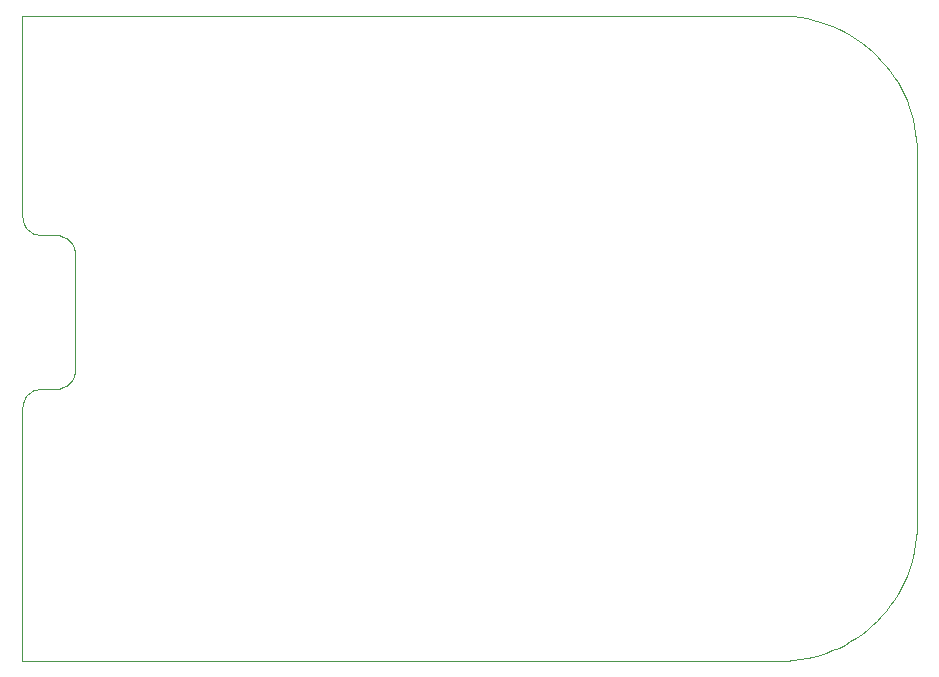
<source format=gm1>
%TF.GenerationSoftware,KiCad,Pcbnew,5.1.4-e60b266~84~ubuntu18.04.1*%
%TF.CreationDate,2019-12-31T08:18:33+01:00*%
%TF.ProjectId,clock-dashboard,636c6f63-6b2d-4646-9173-68626f617264,rev?*%
%TF.SameCoordinates,Original*%
%TF.FileFunction,Profile,NP*%
%FSLAX46Y46*%
G04 Gerber Fmt 4.6, Leading zero omitted, Abs format (unit mm)*
G04 Created by KiCad (PCBNEW 5.1.4-e60b266~84~ubuntu18.04.1) date 2019-12-31 08:18:33*
%MOMM*%
%LPD*%
G04 APERTURE LIST*
%ADD10C,0.010000*%
G04 APERTURE END LIST*
D10*
X117668062Y-92867641D02*
X117653498Y-93068758D01*
X117705408Y-92659107D02*
X117668062Y-92867641D01*
X117772239Y-92465673D02*
X117705408Y-92659107D01*
X117869179Y-92279566D02*
X117772239Y-92465673D01*
X117980594Y-92108469D02*
X117869179Y-92279566D01*
X118114880Y-91951934D02*
X117980594Y-92108469D01*
X118270968Y-91810321D02*
X118114880Y-91951934D01*
X118449928Y-91698907D02*
X118270968Y-91810321D01*
X118636035Y-91601877D02*
X118449928Y-91698907D01*
X118829380Y-91534957D02*
X118636035Y-91601877D01*
X119030587Y-91497789D02*
X118829380Y-91534957D01*
X119239030Y-91482600D02*
X119030587Y-91497789D01*
X120512478Y-91482600D02*
X119239030Y-91482600D01*
X122083447Y-90105602D02*
X122098010Y-89897158D01*
X122046100Y-90306719D02*
X122083447Y-90105602D01*
X121979180Y-90507390D02*
X122046100Y-90306719D01*
X121889477Y-90693498D02*
X121979180Y-90507390D01*
X121770736Y-90865131D02*
X121889477Y-90693498D01*
X121636449Y-91021218D02*
X121770736Y-90865131D01*
X121480451Y-91155505D02*
X121636449Y-91021218D01*
X121301581Y-91274246D02*
X121480451Y-91155505D01*
X121115384Y-91363860D02*
X121301581Y-91274246D01*
X120922039Y-91430780D02*
X121115384Y-91363860D01*
X120720832Y-91468126D02*
X120922039Y-91430780D01*
X120512478Y-91482600D02*
X120720832Y-91468126D01*
X119030587Y-78453020D02*
X119239030Y-78468120D01*
X118829380Y-78408436D02*
X119030587Y-78453020D01*
X118636035Y-78341606D02*
X118829380Y-78408436D01*
X118449928Y-78252349D02*
X118636035Y-78341606D01*
X118270968Y-78140399D02*
X118449928Y-78252349D01*
X118114880Y-77998875D02*
X118270968Y-78140399D01*
X117980594Y-77842698D02*
X118114880Y-77998875D01*
X117869179Y-77671780D02*
X117980594Y-77842698D01*
X117772239Y-77485583D02*
X117869179Y-77671780D01*
X117705408Y-77291613D02*
X117772239Y-77485583D01*
X117668062Y-77083169D02*
X117705408Y-77291613D01*
X117653498Y-76874814D02*
X117668062Y-77083169D01*
X120512478Y-78468120D02*
X119239030Y-78468120D01*
X120720832Y-78483130D02*
X120512478Y-78468120D01*
X120922039Y-78520387D02*
X120720832Y-78483130D01*
X121115384Y-78587307D02*
X120922039Y-78520387D01*
X121301581Y-78676474D02*
X121115384Y-78587307D01*
X121480451Y-78795751D02*
X121301581Y-78676474D01*
X121636449Y-78929502D02*
X121480451Y-78795751D01*
X121770736Y-79086125D02*
X121636449Y-78929502D01*
X121889477Y-79257223D02*
X121770736Y-79086125D01*
X121979180Y-79443419D02*
X121889477Y-79257223D01*
X122046100Y-79644537D02*
X121979180Y-79443419D01*
X122083447Y-79845655D02*
X122046100Y-79644537D01*
X122098010Y-80054188D02*
X122083447Y-79845655D01*
X193373611Y-103485150D02*
X193388800Y-102911728D01*
X193336979Y-104050888D02*
X193373611Y-103485150D01*
X193261929Y-104616448D02*
X193336979Y-104050888D01*
X193165435Y-105174859D02*
X193261929Y-104616448D01*
X193046605Y-105733271D02*
X193165435Y-105174859D01*
X192890250Y-106277209D02*
X193046605Y-105733271D01*
X192711558Y-106820611D02*
X192890250Y-106277209D01*
X192510530Y-107349449D02*
X192711558Y-106820611D01*
X192279124Y-107870515D02*
X192510530Y-107349449D01*
X192019127Y-108376570D02*
X192279124Y-107870515D01*
X191743048Y-108875388D02*
X192019127Y-108376570D01*
X191438379Y-109351780D02*
X191743048Y-108875388D01*
X191110479Y-109821114D02*
X191438379Y-109351780D01*
X190760243Y-110267933D02*
X191110479Y-109821114D01*
X190387671Y-110699920D02*
X190760243Y-110267933D01*
X189993656Y-111109035D02*
X190387671Y-110699920D01*
X189584451Y-111503587D02*
X189993656Y-111109035D01*
X189152464Y-111875802D02*
X189584451Y-111503587D01*
X188705556Y-112225859D02*
X189152464Y-111875802D01*
X188236401Y-112553490D02*
X188705556Y-112225859D01*
X187759919Y-112858875D02*
X188236401Y-112553490D01*
X187261011Y-113134239D02*
X187759919Y-112858875D01*
X186754956Y-113395039D02*
X187261011Y-113134239D01*
X186233891Y-113625731D02*
X186754956Y-113395039D01*
X185705053Y-113826938D02*
X186233891Y-113625731D01*
X185161651Y-114005272D02*
X185705053Y-113826938D01*
X184617802Y-114154569D02*
X185161651Y-114005272D01*
X184059390Y-114281083D02*
X184617802Y-114154569D01*
X183500979Y-114377576D02*
X184059390Y-114281083D01*
X182935330Y-114452180D02*
X183500979Y-114377576D01*
X182369591Y-114489527D02*
X182935330Y-114452180D01*
X181796169Y-114504537D02*
X182369591Y-114489527D01*
X182369591Y-59906688D02*
X181796169Y-59891678D01*
X182935330Y-59943498D02*
X182369591Y-59906688D01*
X183500979Y-60018192D02*
X182935330Y-59943498D01*
X184059390Y-60115132D02*
X183500979Y-60018192D01*
X184617802Y-60241735D02*
X184059390Y-60115132D01*
X185161651Y-60390496D02*
X184617802Y-60241735D01*
X185705053Y-60569366D02*
X185161651Y-60390496D01*
X186233891Y-60769948D02*
X185705053Y-60569366D01*
X186754956Y-61001264D02*
X186233891Y-60769948D01*
X187261011Y-61261529D02*
X186754956Y-61001264D01*
X187759919Y-61536893D02*
X187261011Y-61261529D01*
X188236401Y-61842277D02*
X187759919Y-61536893D01*
X188705556Y-62169998D02*
X188236401Y-61842277D01*
X189152464Y-62519877D02*
X188705556Y-62169998D01*
X189584451Y-62892181D02*
X189152464Y-62519877D01*
X189993656Y-63286822D02*
X189584451Y-62892181D01*
X190387671Y-63696294D02*
X189993656Y-63286822D01*
X190760243Y-64128282D02*
X190387671Y-63696294D01*
X191110479Y-64574743D02*
X190760243Y-64128282D01*
X191438379Y-65043898D02*
X191110479Y-64574743D01*
X191743048Y-65520469D02*
X191438379Y-65043898D01*
X192019127Y-66019198D02*
X191743048Y-65520469D01*
X192279124Y-66525700D02*
X192019127Y-66019198D01*
X192510530Y-67046765D02*
X192279124Y-66525700D01*
X192711558Y-67575157D02*
X192510530Y-67046765D01*
X192890250Y-68119005D02*
X192711558Y-67575157D01*
X193046605Y-68662407D02*
X192890250Y-68119005D01*
X193165435Y-69220819D02*
X193046605Y-68662407D01*
X193261929Y-69779231D02*
X193165435Y-69220819D01*
X193336979Y-70344969D02*
X193261929Y-69779231D01*
X193373611Y-70911065D02*
X193336979Y-70344969D01*
X193388800Y-71476803D02*
X193373611Y-70911065D01*
X122098010Y-89897158D02*
X122098010Y-80054188D01*
X117653498Y-114504537D02*
X117653498Y-93068758D01*
X117653498Y-76874814D02*
X117653498Y-59891678D01*
X193388800Y-102911728D02*
X193388800Y-71476803D01*
X117653498Y-114504537D02*
X181796169Y-114504537D01*
X117668062Y-92867641D02*
X117653498Y-93068758D01*
X117705408Y-92659107D02*
X117668062Y-92867641D01*
X117772239Y-92465673D02*
X117705408Y-92659107D01*
X117869179Y-92279566D02*
X117772239Y-92465673D01*
X117980594Y-92108469D02*
X117869179Y-92279566D01*
X118114880Y-91951934D02*
X117980594Y-92108469D01*
X118270968Y-91810321D02*
X118114880Y-91951934D01*
X118449928Y-91698907D02*
X118270968Y-91810321D01*
X118636035Y-91601877D02*
X118449928Y-91698907D01*
X118829380Y-91534957D02*
X118636035Y-91601877D01*
X119030587Y-91497789D02*
X118829380Y-91534957D01*
X119239030Y-91482600D02*
X119030587Y-91497789D01*
X120512478Y-91482600D02*
X119239030Y-91482600D01*
X122083447Y-90105602D02*
X122098010Y-89897158D01*
X122046100Y-90306719D02*
X122083447Y-90105602D01*
X121979180Y-90507390D02*
X122046100Y-90306719D01*
X121889477Y-90693498D02*
X121979180Y-90507390D01*
X121770736Y-90865131D02*
X121889477Y-90693498D01*
X121636449Y-91021218D02*
X121770736Y-90865131D01*
X121480451Y-91155505D02*
X121636449Y-91021218D01*
X121301581Y-91274246D02*
X121480451Y-91155505D01*
X121115384Y-91363860D02*
X121301581Y-91274246D01*
X120922039Y-91430780D02*
X121115384Y-91363860D01*
X120720832Y-91468126D02*
X120922039Y-91430780D01*
X120512478Y-91482600D02*
X120720832Y-91468126D01*
X122098010Y-89897158D02*
X122098010Y-80054188D01*
X119030587Y-78453020D02*
X119239030Y-78468120D01*
X118829380Y-78408436D02*
X119030587Y-78453020D01*
X118636035Y-78341606D02*
X118829380Y-78408436D01*
X118449928Y-78252349D02*
X118636035Y-78341606D01*
X118270968Y-78140399D02*
X118449928Y-78252349D01*
X118114880Y-77998875D02*
X118270968Y-78140399D01*
X117980594Y-77842698D02*
X118114880Y-77998875D01*
X117869179Y-77671780D02*
X117980594Y-77842698D01*
X117772239Y-77485583D02*
X117869179Y-77671780D01*
X117705408Y-77291613D02*
X117772239Y-77485583D01*
X117668062Y-77083169D02*
X117705408Y-77291613D01*
X117653498Y-76874814D02*
X117668062Y-77083169D01*
X120720832Y-78483130D02*
X120512478Y-78468120D01*
X120922039Y-78520387D02*
X120720832Y-78483130D01*
X121115384Y-78587307D02*
X120922039Y-78520387D01*
X121301581Y-78676474D02*
X121115384Y-78587307D01*
X121480451Y-78795751D02*
X121301581Y-78676474D01*
X121636449Y-78929502D02*
X121480451Y-78795751D01*
X121770736Y-79086125D02*
X121636449Y-78929502D01*
X121889477Y-79257223D02*
X121770736Y-79086125D01*
X121979180Y-79443419D02*
X121889477Y-79257223D01*
X122046100Y-79644537D02*
X121979180Y-79443419D01*
X122083447Y-79845655D02*
X122046100Y-79644537D01*
X122098010Y-80054188D02*
X122083447Y-79845655D01*
X120512478Y-78468120D02*
X119239030Y-78468120D01*
X182369591Y-59906688D02*
X181796169Y-59891678D01*
X182935330Y-59943498D02*
X182369591Y-59906688D01*
X183500979Y-60018192D02*
X182935330Y-59943498D01*
X184059390Y-60115132D02*
X183500979Y-60018192D01*
X184617802Y-60241735D02*
X184059390Y-60115132D01*
X185161651Y-60390496D02*
X184617802Y-60241735D01*
X185705053Y-60569366D02*
X185161651Y-60390496D01*
X186233891Y-60769948D02*
X185705053Y-60569366D01*
X186754956Y-61001264D02*
X186233891Y-60769948D01*
X187261011Y-61261529D02*
X186754956Y-61001264D01*
X187759919Y-61536893D02*
X187261011Y-61261529D01*
X188236401Y-61842277D02*
X187759919Y-61536893D01*
X188705556Y-62169998D02*
X188236401Y-61842277D01*
X189152464Y-62519877D02*
X188705556Y-62169998D01*
X189584451Y-62892181D02*
X189152464Y-62519877D01*
X189993656Y-63286822D02*
X189584451Y-62892181D01*
X190387671Y-63696294D02*
X189993656Y-63286822D01*
X190760243Y-64128282D02*
X190387671Y-63696294D01*
X191110479Y-64574743D02*
X190760243Y-64128282D01*
X191438379Y-65043898D02*
X191110479Y-64574743D01*
X191743048Y-65520469D02*
X191438379Y-65043898D01*
X192019127Y-66019198D02*
X191743048Y-65520469D01*
X192279124Y-66525700D02*
X192019127Y-66019198D01*
X192510530Y-67046765D02*
X192279124Y-66525700D01*
X192711558Y-67575157D02*
X192510530Y-67046765D01*
X192890250Y-68119005D02*
X192711558Y-67575157D01*
X193046605Y-68662407D02*
X192890250Y-68119005D01*
X193165435Y-69220819D02*
X193046605Y-68662407D01*
X193261929Y-69779231D02*
X193165435Y-69220819D01*
X193336979Y-70344969D02*
X193261929Y-69779231D01*
X193373611Y-70911065D02*
X193336979Y-70344969D01*
X193388800Y-71476803D02*
X193373611Y-70911065D01*
X193373611Y-103485150D02*
X193388800Y-102911728D01*
X193336979Y-104050888D02*
X193373611Y-103485150D01*
X193261929Y-104616448D02*
X193336979Y-104050888D01*
X193165435Y-105174859D02*
X193261929Y-104616448D01*
X193046605Y-105733271D02*
X193165435Y-105174859D01*
X192890250Y-106277209D02*
X193046605Y-105733271D01*
X192711558Y-106820611D02*
X192890250Y-106277209D01*
X192510530Y-107349449D02*
X192711558Y-106820611D01*
X192279124Y-107870515D02*
X192510530Y-107349449D01*
X192019127Y-108376570D02*
X192279124Y-107870515D01*
X191743048Y-108875388D02*
X192019127Y-108376570D01*
X191438379Y-109351780D02*
X191743048Y-108875388D01*
X191110479Y-109821114D02*
X191438379Y-109351780D01*
X190760243Y-110267933D02*
X191110479Y-109821114D01*
X190387671Y-110699920D02*
X190760243Y-110267933D01*
X189993656Y-111109035D02*
X190387671Y-110699920D01*
X189584451Y-111503587D02*
X189993656Y-111109035D01*
X189152464Y-111875802D02*
X189584451Y-111503587D01*
X188705556Y-112225859D02*
X189152464Y-111875802D01*
X188236401Y-112553490D02*
X188705556Y-112225859D01*
X187759919Y-112858875D02*
X188236401Y-112553490D01*
X187261011Y-113134239D02*
X187759919Y-112858875D01*
X186754956Y-113395039D02*
X187261011Y-113134239D01*
X186233891Y-113625731D02*
X186754956Y-113395039D01*
X185705053Y-113826938D02*
X186233891Y-113625731D01*
X185161651Y-114005272D02*
X185705053Y-113826938D01*
X184617802Y-114154569D02*
X185161651Y-114005272D01*
X184059390Y-114281083D02*
X184617802Y-114154569D01*
X183500979Y-114377576D02*
X184059390Y-114281083D01*
X182935330Y-114452180D02*
X183500979Y-114377576D01*
X182369591Y-114489527D02*
X182935330Y-114452180D01*
X181796169Y-114504537D02*
X182369591Y-114489527D01*
X193388800Y-100372696D02*
X193388800Y-71476803D01*
X193388800Y-102911728D02*
X193388800Y-100372696D01*
X117653498Y-75765227D02*
X117653498Y-59891678D01*
X117653498Y-76874814D02*
X117653498Y-75765227D01*
X117653498Y-93545240D02*
X117653498Y-93068758D01*
X117653498Y-114504537D02*
X117653498Y-93545240D01*
X181796169Y-59891678D02*
X117653498Y-59891678D01*
X117653498Y-114504537D02*
X181796169Y-114504537D01*
M02*

</source>
